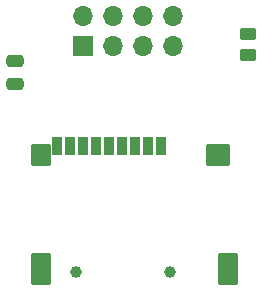
<source format=gbr>
%TF.GenerationSoftware,KiCad,Pcbnew,7.0.8*%
%TF.CreationDate,2025-03-05T08:55:57-05:00*%
%TF.ProjectId,cartridgeholder,63617274-7269-4646-9765-686f6c646572,rev?*%
%TF.SameCoordinates,Original*%
%TF.FileFunction,Soldermask,Top*%
%TF.FilePolarity,Negative*%
%FSLAX46Y46*%
G04 Gerber Fmt 4.6, Leading zero omitted, Abs format (unit mm)*
G04 Created by KiCad (PCBNEW 7.0.8) date 2025-03-05 08:55:57*
%MOMM*%
%LPD*%
G01*
G04 APERTURE LIST*
G04 Aperture macros list*
%AMRoundRect*
0 Rectangle with rounded corners*
0 $1 Rounding radius*
0 $2 $3 $4 $5 $6 $7 $8 $9 X,Y pos of 4 corners*
0 Add a 4 corners polygon primitive as box body*
4,1,4,$2,$3,$4,$5,$6,$7,$8,$9,$2,$3,0*
0 Add four circle primitives for the rounded corners*
1,1,$1+$1,$2,$3*
1,1,$1+$1,$4,$5*
1,1,$1+$1,$6,$7*
1,1,$1+$1,$8,$9*
0 Add four rect primitives between the rounded corners*
20,1,$1+$1,$2,$3,$4,$5,0*
20,1,$1+$1,$4,$5,$6,$7,0*
20,1,$1+$1,$6,$7,$8,$9,0*
20,1,$1+$1,$8,$9,$2,$3,0*%
G04 Aperture macros list end*
%ADD10RoundRect,0.250000X0.450000X-0.262500X0.450000X0.262500X-0.450000X0.262500X-0.450000X-0.262500X0*%
%ADD11RoundRect,0.250000X-0.475000X0.250000X-0.475000X-0.250000X0.475000X-0.250000X0.475000X0.250000X0*%
%ADD12C,0.999997*%
%ADD13RoundRect,0.102000X-0.350000X-0.650000X0.350000X-0.650000X0.350000X0.650000X-0.350000X0.650000X0*%
%ADD14RoundRect,0.102000X-0.723900X-0.825500X0.723900X-0.825500X0.723900X0.825500X-0.723900X0.825500X0*%
%ADD15RoundRect,0.102000X-0.723900X-1.219200X0.723900X-1.219200X0.723900X1.219200X-0.723900X1.219200X0*%
%ADD16RoundRect,0.102000X-0.927100X-0.825500X0.927100X-0.825500X0.927100X0.825500X-0.927100X0.825500X0*%
%ADD17R,1.700000X1.700000*%
%ADD18O,1.700000X1.700000*%
G04 APERTURE END LIST*
D10*
%TO.C,R1*%
X145870000Y-103955000D03*
X145870000Y-102130000D03*
%TD*%
D11*
%TO.C,C1*%
X126160000Y-104440000D03*
X126160000Y-106340000D03*
%TD*%
D12*
%TO.C,MICRO_SD1*%
X131334400Y-122310000D03*
X139310000Y-122310000D03*
D13*
X138568000Y-111605600D03*
X137468000Y-111605600D03*
X136368000Y-111605600D03*
X135268000Y-111605600D03*
X134168000Y-111605600D03*
X133068000Y-111605600D03*
X131968000Y-111605600D03*
X130868000Y-111605600D03*
X129768000Y-111605600D03*
D14*
X128349600Y-112379400D03*
D15*
X128349600Y-122079400D03*
X144174400Y-122079400D03*
D16*
X143399400Y-112379400D03*
%TD*%
D17*
%TO.C,J2*%
X131960000Y-103190000D03*
D18*
X131960000Y-100650000D03*
X134500000Y-103190000D03*
X134500000Y-100650000D03*
X137040000Y-103190000D03*
X137040000Y-100650000D03*
X139580000Y-103190000D03*
X139580000Y-100650000D03*
%TD*%
M02*

</source>
